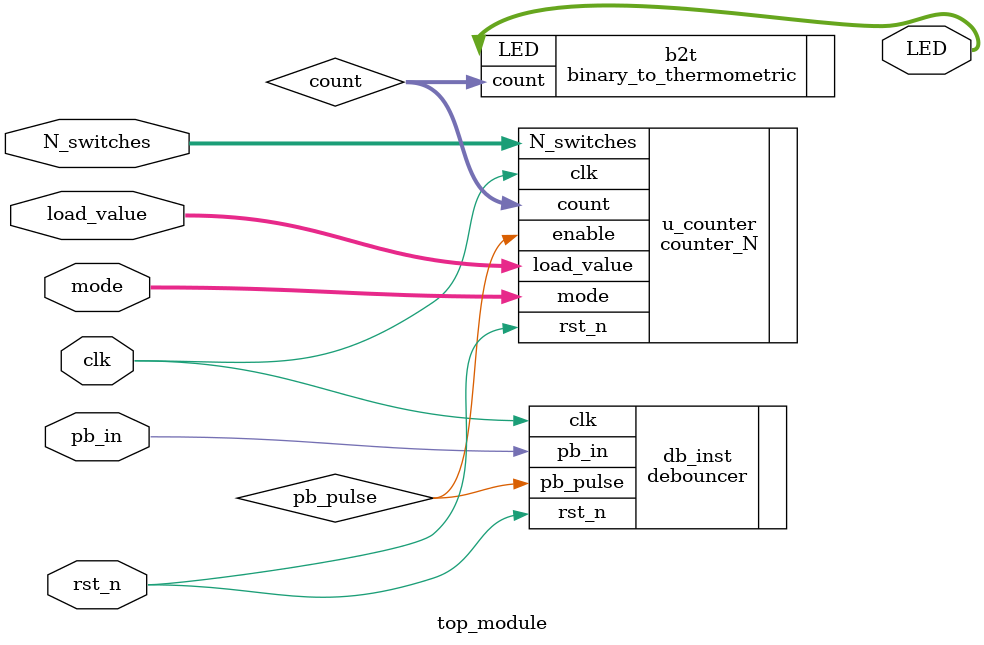
<source format=v>
`timescale 1ns / 1ps

module top_module(
    input  wire        clk,        // 100 MHz clock
    input  wire        rst_n,     
    input  wire        pb_in,      // Asynchronous push button
    input  wire [3:0]  load_value, 
    input  wire [2:0]  mode,      
    input  wire [4:0]  N_switches, 
    output wire [15:0] LED        
);

    wire pb_pulse;
    debouncer db_inst (
        .clk      (clk),
        .rst_n    (rst_n),
        .pb_in    (pb_in),
        .pb_pulse(pb_pulse)
    );


    wire [3:0] count;
    counter_N u_counter (
        .clk       (clk),       // 100 MHz system clock
        .rst_n     (rst_n),
        .enable    (pb_pulse),  // Enable on each debounced pulse
        .load_value(load_value),
        .mode      (mode),
        .N_switches(N_switches),
        .count     (count)
    );

    binary_to_thermometric b2t (
        .count (count),
        .LED   (LED)
    );

endmodule

</source>
